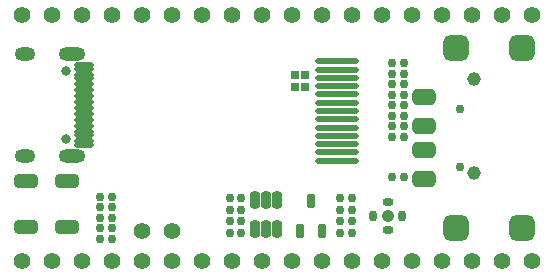
<source format=gts>
G04*
G04 #@! TF.GenerationSoftware,Altium Limited,Altium Designer,22.2.1 (43)*
G04*
G04 Layer_Color=8388736*
%FSLAX25Y25*%
%MOIN*%
G70*
G04*
G04 #@! TF.SameCoordinates,5BB0EFD5-3206-4E1C-A6FC-55E40B3CF44B*
G04*
G04*
G04 #@! TF.FilePolarity,Negative*
G04*
G01*
G75*
G04:AMPARAMS|DCode=30|XSize=86mil|YSize=86mil|CornerRadius=23mil|HoleSize=0mil|Usage=FLASHONLY|Rotation=90.000|XOffset=0mil|YOffset=0mil|HoleType=Round|Shape=RoundedRectangle|*
%AMROUNDEDRECTD30*
21,1,0.08600,0.04000,0,0,90.0*
21,1,0.04000,0.08600,0,0,90.0*
1,1,0.04600,0.02000,0.02000*
1,1,0.04600,0.02000,-0.02000*
1,1,0.04600,-0.02000,-0.02000*
1,1,0.04600,-0.02000,0.02000*
%
%ADD30ROUNDEDRECTD30*%
G04:AMPARAMS|DCode=31|XSize=26mil|YSize=26mil|CornerRadius=8mil|HoleSize=0mil|Usage=FLASHONLY|Rotation=0.000|XOffset=0mil|YOffset=0mil|HoleType=Round|Shape=RoundedRectangle|*
%AMROUNDEDRECTD31*
21,1,0.02600,0.01000,0,0,0.0*
21,1,0.01000,0.02600,0,0,0.0*
1,1,0.01600,0.00500,-0.00500*
1,1,0.01600,-0.00500,-0.00500*
1,1,0.01600,-0.00500,0.00500*
1,1,0.01600,0.00500,0.00500*
%
%ADD31ROUNDEDRECTD31*%
G04:AMPARAMS|DCode=32|XSize=26mil|YSize=26mil|CornerRadius=8mil|HoleSize=0mil|Usage=FLASHONLY|Rotation=90.000|XOffset=0mil|YOffset=0mil|HoleType=Round|Shape=RoundedRectangle|*
%AMROUNDEDRECTD32*
21,1,0.02600,0.01000,0,0,90.0*
21,1,0.01000,0.02600,0,0,90.0*
1,1,0.01600,0.00500,0.00500*
1,1,0.01600,0.00500,-0.00500*
1,1,0.01600,-0.00500,-0.00500*
1,1,0.01600,-0.00500,0.00500*
%
%ADD32ROUNDEDRECTD32*%
G04:AMPARAMS|DCode=33|XSize=56mil|YSize=76.87mil|CornerRadius=15.5mil|HoleSize=0mil|Usage=FLASHONLY|Rotation=90.000|XOffset=0mil|YOffset=0mil|HoleType=Round|Shape=RoundedRectangle|*
%AMROUNDEDRECTD33*
21,1,0.05600,0.04587,0,0,90.0*
21,1,0.02500,0.07687,0,0,90.0*
1,1,0.03100,0.02293,0.01250*
1,1,0.03100,0.02293,-0.01250*
1,1,0.03100,-0.02293,-0.01250*
1,1,0.03100,-0.02293,0.01250*
%
%ADD33ROUNDEDRECTD33*%
G04:AMPARAMS|DCode=34|XSize=23.72mil|YSize=35.53mil|CornerRadius=7.43mil|HoleSize=0mil|Usage=FLASHONLY|Rotation=180.000|XOffset=0mil|YOffset=0mil|HoleType=Round|Shape=RoundedRectangle|*
%AMROUNDEDRECTD34*
21,1,0.02372,0.02067,0,0,180.0*
21,1,0.00886,0.03553,0,0,180.0*
1,1,0.01486,-0.00443,0.01034*
1,1,0.01486,0.00443,0.01034*
1,1,0.01486,0.00443,-0.01034*
1,1,0.01486,-0.00443,-0.01034*
%
%ADD34ROUNDEDRECTD34*%
G04:AMPARAMS|DCode=35|XSize=23.72mil|YSize=35.53mil|CornerRadius=7.43mil|HoleSize=0mil|Usage=FLASHONLY|Rotation=90.000|XOffset=0mil|YOffset=0mil|HoleType=Round|Shape=RoundedRectangle|*
%AMROUNDEDRECTD35*
21,1,0.02372,0.02067,0,0,90.0*
21,1,0.00886,0.03553,0,0,90.0*
1,1,0.01486,0.01034,0.00443*
1,1,0.01486,0.01034,-0.00443*
1,1,0.01486,-0.01034,-0.00443*
1,1,0.01486,-0.01034,0.00443*
%
%ADD35ROUNDEDRECTD35*%
%ADD36C,0.04143*%
G04:AMPARAMS|DCode=37|XSize=29.62mil|YSize=45.37mil|CornerRadius=8.91mil|HoleSize=0mil|Usage=FLASHONLY|Rotation=180.000|XOffset=0mil|YOffset=0mil|HoleType=Round|Shape=RoundedRectangle|*
%AMROUNDEDRECTD37*
21,1,0.02962,0.02756,0,0,180.0*
21,1,0.01181,0.04537,0,0,180.0*
1,1,0.01781,-0.00591,0.01378*
1,1,0.01781,0.00591,0.01378*
1,1,0.01781,0.00591,-0.01378*
1,1,0.01781,-0.00591,-0.01378*
%
%ADD37ROUNDEDRECTD37*%
G04:AMPARAMS|DCode=38|XSize=33.56mil|YSize=57.18mil|CornerRadius=9.89mil|HoleSize=0mil|Usage=FLASHONLY|Rotation=0.000|XOffset=0mil|YOffset=0mil|HoleType=Round|Shape=RoundedRectangle|*
%AMROUNDEDRECTD38*
21,1,0.03356,0.03740,0,0,0.0*
21,1,0.01378,0.05718,0,0,0.0*
1,1,0.01978,0.00689,-0.01870*
1,1,0.01978,-0.00689,-0.01870*
1,1,0.01978,-0.00689,0.01870*
1,1,0.01978,0.00689,0.01870*
%
%ADD38ROUNDEDRECTD38*%
G04:AMPARAMS|DCode=39|XSize=46mil|YSize=80mil|CornerRadius=13mil|HoleSize=0mil|Usage=FLASHONLY|Rotation=270.000|XOffset=0mil|YOffset=0mil|HoleType=Round|Shape=RoundedRectangle|*
%AMROUNDEDRECTD39*
21,1,0.04600,0.05400,0,0,270.0*
21,1,0.02000,0.08000,0,0,270.0*
1,1,0.02600,-0.02700,-0.01000*
1,1,0.02600,-0.02700,0.01000*
1,1,0.02600,0.02700,0.01000*
1,1,0.02600,0.02700,-0.01000*
%
%ADD39ROUNDEDRECTD39*%
G04:AMPARAMS|DCode=40|XSize=65.06mil|YSize=17.81mil|CornerRadius=5.95mil|HoleSize=0mil|Usage=FLASHONLY|Rotation=0.000|XOffset=0mil|YOffset=0mil|HoleType=Round|Shape=RoundedRectangle|*
%AMROUNDEDRECTD40*
21,1,0.06506,0.00591,0,0,0.0*
21,1,0.05315,0.01781,0,0,0.0*
1,1,0.01191,0.02657,-0.00295*
1,1,0.01191,-0.02657,-0.00295*
1,1,0.01191,-0.02657,0.00295*
1,1,0.01191,0.02657,0.00295*
%
%ADD40ROUNDEDRECTD40*%
G04:AMPARAMS|DCode=41|XSize=21.75mil|YSize=143.79mil|CornerRadius=6.94mil|HoleSize=0mil|Usage=FLASHONLY|Rotation=90.000|XOffset=0mil|YOffset=0mil|HoleType=Round|Shape=RoundedRectangle|*
%AMROUNDEDRECTD41*
21,1,0.02175,0.12992,0,0,90.0*
21,1,0.00787,0.14379,0,0,90.0*
1,1,0.01387,0.06496,0.00394*
1,1,0.01387,0.06496,-0.00394*
1,1,0.01387,-0.06496,-0.00394*
1,1,0.01387,-0.06496,0.00394*
%
%ADD41ROUNDEDRECTD41*%
%ADD42R,0.02568X0.02568*%
%ADD43C,0.05600*%
%ADD44C,0.02962*%
%ADD45O,0.08868X0.04537*%
%ADD46O,0.06899X0.04537*%
%ADD47C,0.03159*%
%ADD48C,0.04537*%
D30*
X166831Y-30020D02*
D03*
X144783D02*
D03*
X166831Y30020D02*
D03*
X144783D02*
D03*
D31*
X106000Y-24000D02*
D03*
Y-20000D02*
D03*
Y-31500D02*
D03*
Y-27500D02*
D03*
X110000Y-31500D02*
D03*
Y-27500D02*
D03*
Y-20000D02*
D03*
Y-24000D02*
D03*
X73000Y-31500D02*
D03*
Y-27500D02*
D03*
Y-20000D02*
D03*
Y-24000D02*
D03*
X69500Y-20000D02*
D03*
Y-24000D02*
D03*
Y-31500D02*
D03*
Y-27500D02*
D03*
D32*
X123500Y7500D02*
D03*
X127500D02*
D03*
Y14500D02*
D03*
X123500D02*
D03*
Y11000D02*
D03*
X127500D02*
D03*
Y500D02*
D03*
X123500D02*
D03*
Y4000D02*
D03*
X127500D02*
D03*
X123500Y25000D02*
D03*
X127500D02*
D03*
X123500Y21500D02*
D03*
X127500D02*
D03*
X123500Y18000D02*
D03*
X127500D02*
D03*
X30000Y-33500D02*
D03*
X26000D02*
D03*
X123500Y-13000D02*
D03*
X127500D02*
D03*
X26000Y-26500D02*
D03*
X30000D02*
D03*
X26000Y-30000D02*
D03*
X30000D02*
D03*
X26000Y-23000D02*
D03*
X30000D02*
D03*
X26000Y-19500D02*
D03*
X30000D02*
D03*
D33*
X134004Y-13780D02*
D03*
Y-3937D02*
D03*
Y3937D02*
D03*
Y13780D02*
D03*
D34*
X117185Y-26000D02*
D03*
X126815D02*
D03*
D35*
X122000Y-30815D02*
D03*
Y-21185D02*
D03*
D36*
X122000Y-26000D02*
D03*
D37*
X92760Y-30906D02*
D03*
X100240D02*
D03*
X96500Y-21094D02*
D03*
D38*
X85240Y-20776D02*
D03*
X81500D02*
D03*
X77760D02*
D03*
Y-30224D02*
D03*
X81500D02*
D03*
X85240D02*
D03*
D39*
X1500Y-29800D02*
D03*
Y-14200D02*
D03*
X15000Y-29800D02*
D03*
Y-14200D02*
D03*
D40*
X20921Y24189D02*
D03*
Y23008D02*
D03*
Y21039D02*
D03*
Y19858D02*
D03*
Y17890D02*
D03*
Y15921D02*
D03*
Y13953D02*
D03*
Y11984D02*
D03*
Y10016D02*
D03*
Y8047D02*
D03*
Y6079D02*
D03*
Y4110D02*
D03*
Y2142D02*
D03*
Y961D02*
D03*
Y-1008D02*
D03*
Y-2189D02*
D03*
D41*
X105000Y-2024D02*
D03*
Y-4780D02*
D03*
Y6244D02*
D03*
Y3488D02*
D03*
Y14512D02*
D03*
Y11756D02*
D03*
Y22780D02*
D03*
Y20024D02*
D03*
Y-7535D02*
D03*
Y25535D02*
D03*
Y17268D02*
D03*
Y9000D02*
D03*
Y732D02*
D03*
D42*
X94600Y21000D02*
D03*
X91200D02*
D03*
X94600Y17000D02*
D03*
X91200D02*
D03*
D43*
X50000Y-31000D02*
D03*
X40000D02*
D03*
X60000Y-41000D02*
D03*
X70000D02*
D03*
X50000D02*
D03*
X10000D02*
D03*
X0D02*
D03*
X20000D02*
D03*
X40000D02*
D03*
X30000D02*
D03*
X80000D02*
D03*
X150000D02*
D03*
X160000D02*
D03*
X140000D02*
D03*
X100000D02*
D03*
X90000D02*
D03*
X110000D02*
D03*
X130000D02*
D03*
X120000D02*
D03*
X170000D02*
D03*
X60000Y41000D02*
D03*
X70000D02*
D03*
X50000D02*
D03*
X10000D02*
D03*
X0D02*
D03*
X20000D02*
D03*
X40000D02*
D03*
X30000D02*
D03*
X80000D02*
D03*
X150000D02*
D03*
X160000D02*
D03*
X140000D02*
D03*
X100000D02*
D03*
X90000D02*
D03*
X110000D02*
D03*
X130000D02*
D03*
X120000D02*
D03*
X170000D02*
D03*
D44*
X146114Y9646D02*
D03*
Y-9646D02*
D03*
D45*
X16827Y28028D02*
D03*
Y-6028D02*
D03*
D46*
X1079Y28028D02*
D03*
Y-6028D02*
D03*
D47*
X14858Y-378D02*
D03*
Y22378D02*
D03*
D48*
X150839Y-11677D02*
D03*
Y19740D02*
D03*
M02*

</source>
